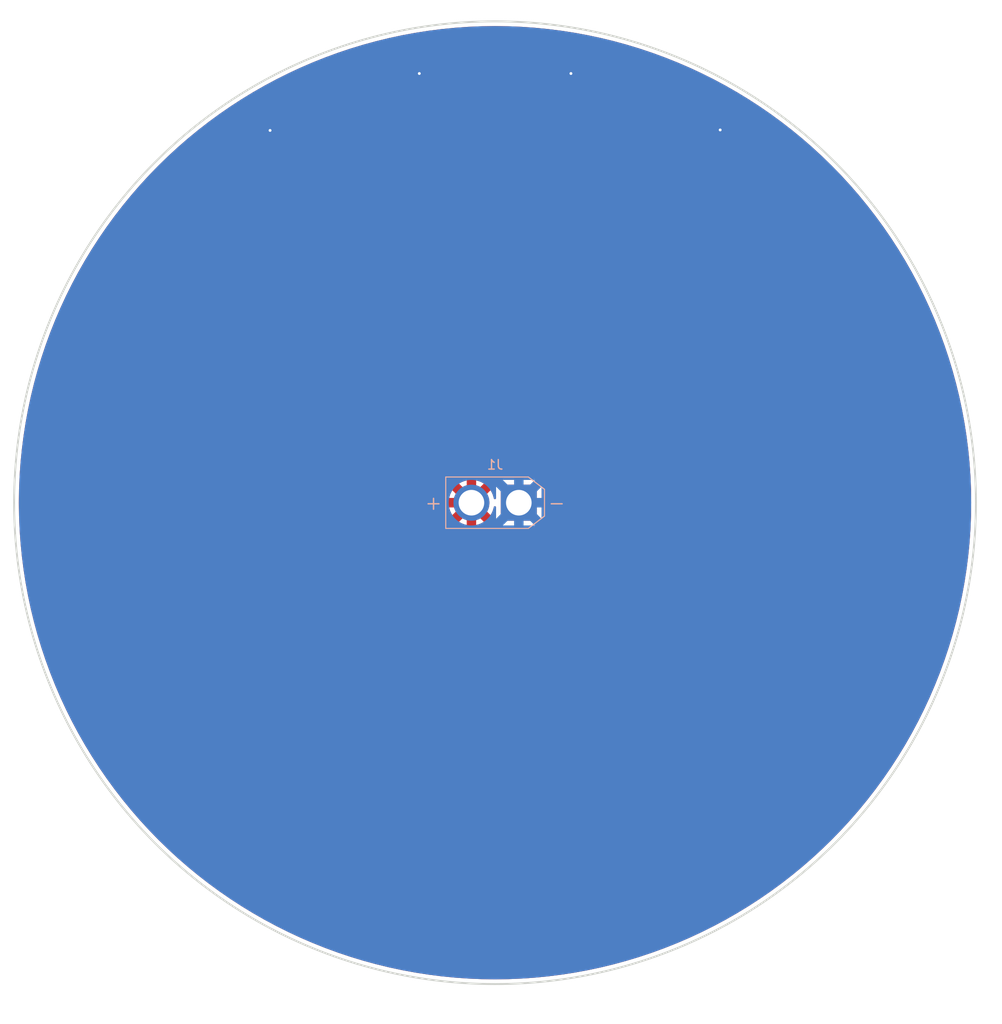
<source format=kicad_pcb>
(kicad_pcb (version 20240108) (generator "pcbnew") (generator_version "8.0")
  (layers (0 "F.Cu" signal) (31 "B.Cu" signal) (34 "B.Paste" user) (35 "F.Paste" user) (36 "B.SilkS" user "B.Silkscreen") (37 "F.SilkS" user "F.Silkscreen") (38 "B.Mask" user) (39 "F.Mask" user) (44 "Edge.Cuts" user))
  (net 0 "")
  (net 1 "unconnected-(J1-Pin_1-Pad1)")
  (net 2 "unconnected-(J1-Pin_2-Pad2)")
  (footprint "Connector_AMASS:AMASS_XT30U-M_1x02_P5.0mm_Vertical" (layer "B.Cu") (at 152.5 100 180)
    (property "Reference" "J1" (at 2.5 4 0) (layer "B.SilkS") (effects (justify mirror)))
    (property "Value" "Conn_01x02_Socket")
    (fp_line (start 7.71 2.71) (end -1.01 2.71) (stroke (width 0.12)) (layer "B.SilkS"))
    (fp_line (start 7.71 -2.71) (end 7.71 2.71) (stroke (width 0.12)) (layer "B.SilkS"))
    (fp_line (start 7.71 -2.71) (end -1.01 -2.71) (stroke (width 0.12)) (layer "B.SilkS"))
    (fp_line (start -1.01 2.71) (end -2.71 1.41) (stroke (width 0.12)) (layer "B.SilkS"))
    (fp_line (start -1.01 -2.71) (end -2.71 -1.41) (stroke (width 0.12)) (layer "B.SilkS"))
    (fp_line (start -2.71 -1.41) (end -2.71 1.41) (stroke (width 0.12)) (layer "B.SilkS"))
    (fp_text user "-" (at -4 0 0) (layer "B.SilkS") (effects (font (size 1.5 1.5)) (justify mirror)))
    (fp_text user "+" (at 9 0 0) (layer "B.SilkS") (effects (font (size 1.5 1.5)) (justify mirror)))
    (pad "1" thru_hole rect (at 0 0 180) (size 3.8 3.8) (drill 2.7) (layers "*.Cu" "*.Mask") (net 1 "unconnected-(J1-Pin_1-Pad1)"))
    (pad "2" thru_hole circle (at 5 0 180) (size 3.8 3.8) (drill 2.7) (layers "*.Cu" "*.Mask") (net 2 "unconnected-(J1-Pin_2-Pad2)"))
  )
  (gr_arc (start 123.601744 62.352334) (mid 149.967868 54.025006) (end 176.342091 62.326648) (stroke (width 2.5)) (layer "F.Cu") (net 1))
  (gr_arc (start 127.053616 67.277011) (mid 149.971995 62.500007) (end 172.895017 67.254685) (stroke (width 2.5)) (layer "F.Cu") (net 2))
  (gr_circle (center 149.990259 100.000002) (end 200.740259 100.000002) (stroke (width 0.2)) (fill none) (layer "Edge.Cuts"))
  (via (at 142 54.75) (size 0.7) (drill 0.3) (layers "F.Cu" "B.Cu") (net 1))
  (via (at 173.75 60.7) (size 0.7) (drill 0.3) (layers "F.Cu" "B.Cu") (net 1))
  (via (at 158 54.75) (size 0.7) (drill 0.3) (layers "F.Cu" "B.Cu") (net 1))
  (via (at 126.25 60.75) (size 0.7) (drill 0.3) (layers "F.Cu" "B.Cu") (net 1))
  (segment (start 152.5 100) (end 150.25 97.75) (width 1) (layer "B.Cu") (net 1))
  (segment (start 152.5 100) (end 150.25 102.25) (width 1) (layer "B.Cu") (net 1))
  (segment (start 152.5 100) (end 155 97.5) (width 1) (layer "B.Cu") (net 1))
  (segment (start 152.5 100) (end 155.5 100) (width 1) (layer "B.Cu") (net 1))
  (segment (start 152.5 100) (end 155 102.5) (width 1) (layer "B.Cu") (net 1))
  (segment (start 152.5 100) (end 152.5 97) (width 1) (layer "B.Cu") (net 1))
  (segment (start 152.5 100) (end 152.5 102.75) (width 1) (layer "B.Cu") (net 1))
  (segment (start 144.500001 99.999999) (end 144.5 100) (width 1) (layer "F.Cu") (net 2))
  (segment (start 147.500001 99.999999) (end 149.25 98.25) (width 1) (layer "F.Cu") (net 2))
  (segment (start 147.5 99.999999) (end 147.500001 99.999999) (width 1) (layer "F.Cu") (net 2))
  (segment (start 147.5 100) (end 149.25 101.75) (width 1) (layer "F.Cu") (net 2))
  (segment (start 147.5 99.999999) (end 147.5 96.75) (width 1) (layer "F.Cu") (net 2))
  (segment (start 147.5 99.999999) (end 147.5 102.75) (width 1) (layer "F.Cu") (net 2))
  (segment (start 147.5 99.999999) (end 144.500001 99.999999) (width 1) (layer "F.Cu") (net 2))
  (segment (start 147.5 99.999999) (end 147.499999 99.999999) (width 1) (layer "F.Cu") (net 2))
  (segment (start 147.5 100) (end 145.75 101.75) (width 1) (layer "F.Cu") (net 2))
  (segment (start 147.5 99.999999) (end 147.5 100) (width 1) (layer "F.Cu") (net 2))
  (segment (start 147.499999 99.999999) (end 145.75 98.25) (width 1) (layer "F.Cu") (net 2))
  (zone (net 2) (net_name "unconnected-(J1-Pin_2-Pad2)") (layer "F.Cu") (connect_pads (clearance 0.5)) (min_thickness 0.25) (fill yes (thermal_gap 0.5) (thermal_bridge_width 0.5))
    (polygon (pts (xy 98 47) (xy 203.5 47) (xy 203.5 155) (xy 97.75 155)))
  )
  (zone (net 1) (net_name "unconnected-(J1-Pin_1-Pad1)") (layer "B.Cu") (connect_pads (clearance 0.5)) (min_thickness 0.25) (fill yes (thermal_gap 0.5) (thermal_bridge_width 0.5))
    (polygon (pts (xy 98 47) (xy 203.5 47) (xy 203.5 155) (xy 97.75 155)))
  )
)
</source>
